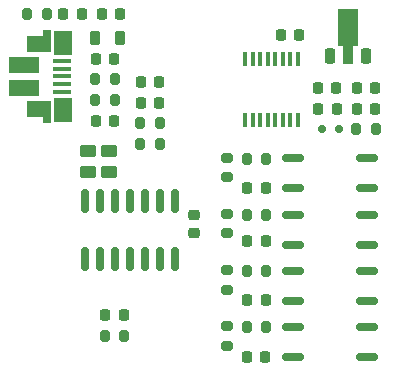
<source format=gbr>
%TF.GenerationSoftware,KiCad,Pcbnew,8.0.3*%
%TF.CreationDate,2024-09-20T11:12:47-04:00*%
%TF.ProjectId,Sequencer,53657175-656e-4636-9572-2e6b69636164,rev?*%
%TF.SameCoordinates,Original*%
%TF.FileFunction,Paste,Top*%
%TF.FilePolarity,Positive*%
%FSLAX46Y46*%
G04 Gerber Fmt 4.6, Leading zero omitted, Abs format (unit mm)*
G04 Created by KiCad (PCBNEW 8.0.3) date 2024-09-20 11:12:47*
%MOMM*%
%LPD*%
G01*
G04 APERTURE LIST*
G04 Aperture macros list*
%AMRoundRect*
0 Rectangle with rounded corners*
0 $1 Rounding radius*
0 $2 $3 $4 $5 $6 $7 $8 $9 X,Y pos of 4 corners*
0 Add a 4 corners polygon primitive as box body*
4,1,4,$2,$3,$4,$5,$6,$7,$8,$9,$2,$3,0*
0 Add four circle primitives for the rounded corners*
1,1,$1+$1,$2,$3*
1,1,$1+$1,$4,$5*
1,1,$1+$1,$6,$7*
1,1,$1+$1,$8,$9*
0 Add four rect primitives between the rounded corners*
20,1,$1+$1,$2,$3,$4,$5,0*
20,1,$1+$1,$4,$5,$6,$7,0*
20,1,$1+$1,$6,$7,$8,$9,0*
20,1,$1+$1,$8,$9,$2,$3,0*%
%AMFreePoly0*
4,1,9,3.862500,-0.866500,0.737500,-0.866500,0.737500,-0.450000,-0.737500,-0.450000,-0.737500,0.450000,0.737500,0.450000,0.737500,0.866500,3.862500,0.866500,3.862500,-0.866500,3.862500,-0.866500,$1*%
G04 Aperture macros list end*
%ADD10RoundRect,0.200000X-0.200000X-0.275000X0.200000X-0.275000X0.200000X0.275000X-0.200000X0.275000X0*%
%ADD11RoundRect,0.250000X-0.450000X0.262500X-0.450000X-0.262500X0.450000X-0.262500X0.450000X0.262500X0*%
%ADD12RoundRect,0.218750X0.218750X0.256250X-0.218750X0.256250X-0.218750X-0.256250X0.218750X-0.256250X0*%
%ADD13RoundRect,0.225000X-0.225000X-0.250000X0.225000X-0.250000X0.225000X0.250000X-0.225000X0.250000X0*%
%ADD14RoundRect,0.225000X0.225000X0.250000X-0.225000X0.250000X-0.225000X-0.250000X0.225000X-0.250000X0*%
%ADD15RoundRect,0.150000X-0.750000X-0.150000X0.750000X-0.150000X0.750000X0.150000X-0.750000X0.150000X0*%
%ADD16RoundRect,0.225000X-0.250000X0.225000X-0.250000X-0.225000X0.250000X-0.225000X0.250000X0.225000X0*%
%ADD17R,1.650000X0.400000*%
%ADD18R,0.700000X1.825000*%
%ADD19R,1.500000X2.000000*%
%ADD20R,2.000000X1.350000*%
%ADD21R,2.500000X1.430000*%
%ADD22RoundRect,0.200000X-0.275000X0.200000X-0.275000X-0.200000X0.275000X-0.200000X0.275000X0.200000X0*%
%ADD23RoundRect,0.218750X-0.218750X-0.256250X0.218750X-0.256250X0.218750X0.256250X-0.218750X0.256250X0*%
%ADD24RoundRect,0.218750X-0.218750X-0.381250X0.218750X-0.381250X0.218750X0.381250X-0.218750X0.381250X0*%
%ADD25RoundRect,0.225000X0.225000X-0.425000X0.225000X0.425000X-0.225000X0.425000X-0.225000X-0.425000X0*%
%ADD26FreePoly0,90.000000*%
%ADD27RoundRect,0.200000X0.200000X0.275000X-0.200000X0.275000X-0.200000X-0.275000X0.200000X-0.275000X0*%
%ADD28R,0.400000X1.200000*%
%ADD29RoundRect,0.150000X-0.150000X-0.200000X0.150000X-0.200000X0.150000X0.200000X-0.150000X0.200000X0*%
%ADD30RoundRect,0.150000X-0.150000X0.825000X-0.150000X-0.825000X0.150000X-0.825000X0.150000X0.825000X0*%
G04 APERTURE END LIST*
D10*
%TO.C,R17*%
X147675000Y-79000000D03*
X149325000Y-79000000D03*
%TD*%
D11*
%TO.C,R12*%
X146250000Y-63337500D03*
X146250000Y-65162500D03*
%TD*%
%TO.C,R11*%
X148000000Y-63337500D03*
X148000000Y-65162500D03*
%TD*%
D12*
%TO.C,D9*%
X149287500Y-77250000D03*
X147712500Y-77250000D03*
%TD*%
D13*
%TO.C,C2*%
X165745000Y-59758749D03*
X167295000Y-59758749D03*
%TD*%
D14*
%TO.C,C4*%
X170545000Y-58008749D03*
X168995000Y-58008749D03*
%TD*%
D15*
%TO.C,U4*%
X163600000Y-73480000D03*
X163600000Y-76020000D03*
X169900000Y-76020000D03*
X169900000Y-73480000D03*
%TD*%
D16*
%TO.C,C9*%
X155250000Y-68725000D03*
X155250000Y-70275000D03*
%TD*%
D17*
%TO.C,J2*%
X144015000Y-55716647D03*
X144015000Y-56366647D03*
X144015000Y-57016647D03*
X144015000Y-57666647D03*
X144015000Y-58316647D03*
D18*
X142815000Y-54066647D03*
D19*
X144115000Y-54166647D03*
D20*
X142065000Y-54286647D03*
D21*
X140865000Y-56056647D03*
X140865000Y-57976647D03*
D20*
X142065000Y-59766647D03*
D19*
X144135000Y-59916647D03*
D18*
X142815000Y-60016647D03*
%TD*%
D15*
%TO.C,U5*%
X163600000Y-78230000D03*
X163600000Y-80770000D03*
X169900000Y-80770000D03*
X169900000Y-78230000D03*
%TD*%
D22*
%TO.C,R6*%
X158000000Y-68675000D03*
X158000000Y-70325000D03*
%TD*%
D13*
%TO.C,C1*%
X146905000Y-55520000D03*
X148455000Y-55520000D03*
%TD*%
D12*
%TO.C,D3*%
X161287500Y-76000000D03*
X159712500Y-76000000D03*
%TD*%
D10*
%TO.C,R1*%
X159675000Y-64000000D03*
X161325000Y-64000000D03*
%TD*%
D23*
%TO.C,D8*%
X150712500Y-59250000D03*
X152287500Y-59250000D03*
%TD*%
D24*
%TO.C,FB1*%
X146867500Y-53770000D03*
X148992500Y-53770000D03*
%TD*%
D23*
%TO.C,D7*%
X150712500Y-57500000D03*
X152287500Y-57500000D03*
%TD*%
D12*
%TO.C,D6*%
X145750000Y-51750000D03*
X144175000Y-51750000D03*
%TD*%
D25*
%TO.C,U6*%
X166750000Y-55339374D03*
D26*
X168250000Y-55251874D03*
D25*
X169750000Y-55339374D03*
%TD*%
D27*
%TO.C,R16*%
X152325000Y-61000000D03*
X150675000Y-61000000D03*
%TD*%
%TO.C,R15*%
X152325000Y-62750000D03*
X150675000Y-62750000D03*
%TD*%
D22*
%TO.C,R8*%
X158000000Y-78175000D03*
X158000000Y-79825000D03*
%TD*%
D27*
%TO.C,R14*%
X148505000Y-59020000D03*
X146855000Y-59020000D03*
%TD*%
D28*
%TO.C,U7*%
X164020000Y-55558749D03*
X163385000Y-55558749D03*
X162750000Y-55558749D03*
X162115000Y-55558749D03*
X161480000Y-55558749D03*
X160845000Y-55558749D03*
X160210000Y-55558749D03*
X159575000Y-55558749D03*
X159575000Y-60758749D03*
X160210000Y-60758749D03*
X160845000Y-60758749D03*
X161480000Y-60758749D03*
X162115000Y-60758749D03*
X162750000Y-60758749D03*
X163385000Y-60758749D03*
X164020000Y-60758749D03*
%TD*%
D27*
%TO.C,R9*%
X170595000Y-61508749D03*
X168945000Y-61508749D03*
%TD*%
D22*
%TO.C,R7*%
X158000000Y-73425000D03*
X158000000Y-75075000D03*
%TD*%
D13*
%TO.C,C5*%
X146905000Y-60770000D03*
X148455000Y-60770000D03*
%TD*%
D12*
%TO.C,D1*%
X161287500Y-66500000D03*
X159712500Y-66500000D03*
%TD*%
%TO.C,D4*%
X161250000Y-80750000D03*
X159675000Y-80750000D03*
%TD*%
D14*
%TO.C,C7*%
X164125000Y-53558749D03*
X162575000Y-53558749D03*
%TD*%
D29*
%TO.C,D5*%
X167470000Y-61508749D03*
X166070000Y-61508749D03*
%TD*%
D12*
%TO.C,D2*%
X161287500Y-71000000D03*
X159712500Y-71000000D03*
%TD*%
D22*
%TO.C,R5*%
X158000000Y-63925000D03*
X158000000Y-65575000D03*
%TD*%
D10*
%TO.C,R2*%
X159675000Y-68750000D03*
X161325000Y-68750000D03*
%TD*%
D27*
%TO.C,R10*%
X142750000Y-51750000D03*
X141100000Y-51750000D03*
%TD*%
D15*
%TO.C,U2*%
X163600000Y-63980000D03*
X163600000Y-66520000D03*
X169900000Y-66520000D03*
X169900000Y-63980000D03*
%TD*%
D13*
%TO.C,C3*%
X165720000Y-58008749D03*
X167270000Y-58008749D03*
%TD*%
D14*
%TO.C,C8*%
X148955000Y-51770000D03*
X147405000Y-51770000D03*
%TD*%
D30*
%TO.C,U1*%
X153580000Y-67550000D03*
X152310000Y-67550000D03*
X151040000Y-67550000D03*
X149770000Y-67550000D03*
X148500000Y-67550000D03*
X147230000Y-67550000D03*
X145960000Y-67550000D03*
X145960000Y-72500000D03*
X147230000Y-72500000D03*
X148500000Y-72500000D03*
X149770000Y-72500000D03*
X151040000Y-72500000D03*
X152310000Y-72500000D03*
X153580000Y-72500000D03*
%TD*%
D27*
%TO.C,R13*%
X148505000Y-57270000D03*
X146855000Y-57270000D03*
%TD*%
D15*
%TO.C,U3*%
X163600000Y-68730000D03*
X163600000Y-71270000D03*
X169900000Y-71270000D03*
X169900000Y-68730000D03*
%TD*%
D10*
%TO.C,R3*%
X159675000Y-73500000D03*
X161325000Y-73500000D03*
%TD*%
%TO.C,R4*%
X159675000Y-78250000D03*
X161325000Y-78250000D03*
%TD*%
D14*
%TO.C,C6*%
X170545000Y-59758749D03*
X168995000Y-59758749D03*
%TD*%
M02*

</source>
